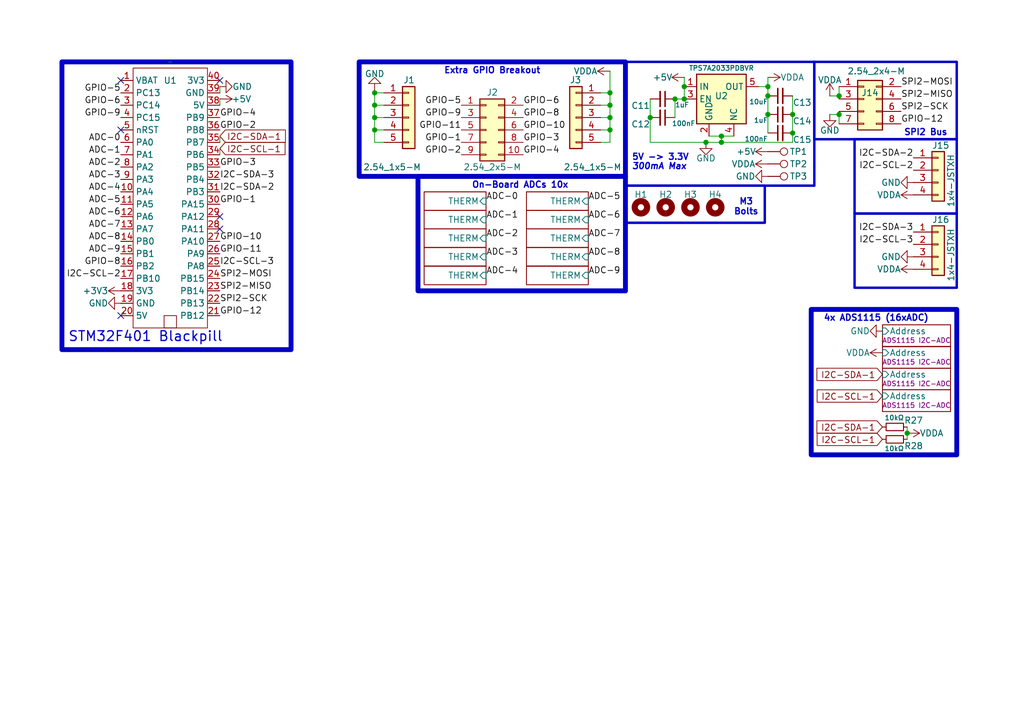
<source format=kicad_sch>
(kicad_sch (version 20250114) (generator "eeschema") (generator_version "9.0")
  (paper "A5")
  (lib_symbols
    (symbol "Connector:TestPoint" (pin_numbers (hide yes)) (pin_names (offset 0.762) (hide yes))
      (property "Reference" "TP" (at 0 6.858 0))
      (property "Value" "TestPoint" (at 0 5.08 0))
      (symbol "TestPoint_0_1"
        (circle (center 0 3.302) (radius 0.762))
      )
      (symbol "TestPoint_1_1"
        (pin passive line (at 0 0 90) (length 2.54) (name "1") (number "1"))
      )
    )
    (symbol "Connector_Generic:Conn_01x04" (pin_names (offset 1.016) (hide yes))
      (property "Reference" "J" (at 0 5.08 0))
      (property "Value" "Conn_01x04" (at 0 -7.62 0))
      (symbol "Conn_01x04_1_1"
        (rectangle (start -1.27 3.81) (end 1.27 -6.35) (stroke (width 0.254)) (fill (type background)))
        (rectangle (start -1.27 2.667) (end 0 2.413) (stroke (width 0.1524)))
        (rectangle (start -1.27 0.127) (end 0 -0.127) (stroke (width 0.1524)))
        (rectangle (start -1.27 -2.413) (end 0 -2.667) (stroke (width 0.1524)))
        (rectangle (start -1.27 -4.953) (end 0 -5.207) (stroke (width 0.1524)))
        (pin passive line (at -5.08 2.54 0) (length 3.81) (name "Pin_1") (number "1"))
        (pin passive line (at -5.08 0 0) (length 3.81) (name "Pin_2") (number "2"))
        (pin passive line (at -5.08 -2.54 0) (length 3.81) (name "Pin_3") (number "3"))
        (pin passive line (at -5.08 -5.08 0) (length 3.81) (name "Pin_4") (number "4"))
      )
    )
    (symbol "Connector_Generic:Conn_01x05" (pin_names (offset 1.016) (hide yes))
      (property "Reference" "J" (at 0 7.62 0))
      (property "Value" "Conn_01x05" (at 0 -7.62 0))
      (symbol "Conn_01x05_1_1"
        (rectangle (start -1.27 6.35) (end 1.27 -6.35) (stroke (width 0.254)) (fill (type background)))
        (rectangle (start -1.27 5.207) (end 0 4.953) (stroke (width 0.1524)))
        (rectangle (start -1.27 2.667) (end 0 2.413) (stroke (width 0.1524)))
        (rectangle (start -1.27 0.127) (end 0 -0.127) (stroke (width 0.1524)))
        (rectangle (start -1.27 -2.413) (end 0 -2.667) (stroke (width 0.1524)))
        (rectangle (start -1.27 -4.953) (end 0 -5.207) (stroke (width 0.1524)))
        (pin passive line (at -5.08 5.08 0) (length 3.81) (name "Pin_1") (number "1"))
        (pin passive line (at -5.08 2.54 0) (length 3.81) (name "Pin_2") (number "2"))
        (pin passive line (at -5.08 0 0) (length 3.81) (name "Pin_3") (number "3"))
        (pin passive line (at -5.08 -2.54 0) (length 3.81) (name "Pin_4") (number "4"))
        (pin passive line (at -5.08 -5.08 0) (length 3.81) (name "Pin_5") (number "5"))
      )
    )
    (symbol "Connector_Generic:Conn_02x04_Odd_Even" (pin_names (offset 1.016) (hide yes))
      (property "Reference" "J" (at 1.27 5.08 0))
      (property "Value" "Conn_02x04_Odd_Even" (at 1.27 -7.62 0))
      (symbol "Conn_02x04_Odd_Even_1_1"
        (rectangle (start -1.27 3.81) (end 3.81 -6.35) (stroke (width 0.254)) (fill (type background)))
        (rectangle (start -1.27 2.667) (end 0 2.413) (stroke (width 0.1524)))
        (rectangle (start -1.27 0.127) (end 0 -0.127) (stroke (width 0.1524)))
        (rectangle (start -1.27 -2.413) (end 0 -2.667) (stroke (width 0.1524)))
        (rectangle (start -1.27 -4.953) (end 0 -5.207) (stroke (width 0.1524)))
        (rectangle (start 3.81 2.667) (end 2.54 2.413) (stroke (width 0.1524)))
        (rectangle (start 3.81 0.127) (end 2.54 -0.127) (stroke (width 0.1524)))
        (rectangle (start 3.81 -2.413) (end 2.54 -2.667) (stroke (width 0.1524)))
        (rectangle (start 3.81 -4.953) (end 2.54 -5.207) (stroke (width 0.1524)))
        (pin passive line (at -5.08 2.54 0) (length 3.81) (name "Pin_1") (number "1"))
        (pin passive line (at -5.08 0 0) (length 3.81) (name "Pin_3") (number "3"))
        (pin passive line (at -5.08 -2.54 0) (length 3.81) (name "Pin_5") (number "5"))
        (pin passive line (at -5.08 -5.08 0) (length 3.81) (name "Pin_7") (number "7"))
        (pin passive line (at 7.62 2.54 180) (length 3.81) (name "Pin_2") (number "2"))
        (pin passive line (at 7.62 0 180) (length 3.81) (name "Pin_4") (number "4"))
        (pin passive line (at 7.62 -2.54 180) (length 3.81) (name "Pin_6") (number "6"))
        (pin passive line (at 7.62 -5.08 180) (length 3.81) (name "Pin_8") (number "8"))
      )
    )
    (symbol "Connector_Generic:Conn_02x05_Odd_Even" (pin_names (offset 1.016) (hide yes))
      (property "Reference" "J" (at 1.27 7.62 0))
      (property "Value" "Conn_02x05_Odd_Even" (at 1.27 -7.62 0))
      (symbol "Conn_02x05_Odd_Even_1_1"
        (rectangle (start -1.27 6.35) (end 3.81 -6.35) (stroke (width 0.254)) (fill (type background)))
        (rectangle (start -1.27 5.207) (end 0 4.953) (stroke (width 0.1524)))
        (rectangle (start -1.27 2.667) (end 0 2.413) (stroke (width 0.1524)))
        (rectangle (start -1.27 0.127) (end 0 -0.127) (stroke (width 0.1524)))
        (rectangle (start -1.27 -2.413) (end 0 -2.667) (stroke (width 0.1524)))
        (rectangle (start -1.27 -4.953) (end 0 -5.207) (stroke (width 0.1524)))
        (rectangle (start 3.81 5.207) (end 2.54 4.953) (stroke (width 0.1524)))
        (rectangle (start 3.81 2.667) (end 2.54 2.413) (stroke (width 0.1524)))
        (rectangle (start 3.81 0.127) (end 2.54 -0.127) (stroke (width 0.1524)))
        (rectangle (start 3.81 -2.413) (end 2.54 -2.667) (stroke (width 0.1524)))
        (rectangle (start 3.81 -4.953) (end 2.54 -5.207) (stroke (width 0.1524)))
        (pin passive line (at -5.08 5.08 0) (length 3.81) (name "Pin_1") (number "1"))
        (pin passive line (at -5.08 2.54 0) (length 3.81) (name "Pin_3") (number "3"))
        (pin passive line (at -5.08 0 0) (length 3.81) (name "Pin_5") (number "5"))
        (pin passive line (at -5.08 -2.54 0) (length 3.81) (name "Pin_7") (number "7"))
        (pin passive line (at -5.08 -5.08 0) (length 3.81) (name "Pin_9") (number "9"))
        (pin passive line (at 7.62 5.08 180) (length 3.81) (name "Pin_2") (number "2"))
        (pin passive line (at 7.62 2.54 180) (length 3.81) (name "Pin_4") (number "4"))
        (pin passive line (at 7.62 0 180) (length 3.81) (name "Pin_6") (number "6"))
        (pin passive line (at 7.62 -2.54 180) (length 3.81) (name "Pin_8") (number "8"))
        (pin passive line (at 7.62 -5.08 180) (length 3.81) (name "Pin_10") (number "10"))
      )
    )
    (symbol "CustomSymbols:STM32F401_Black_Pill"
      (property "Reference" "U1" (at 10.16 -7.62 0))
      (property "Value" "~" (at 0 0 0))
      (symbol "STM32F401_Black_Pill_0_1"
        (rectangle (start 2.54 -2.54) (end 17.78 -55.88))
      )
      (symbol "STM32F401_Black_Pill_1_1"
        (rectangle (start 8.89 -53.34) (end 11.43 -55.88))
        (pin input line (at 0 -5.08 0) (length 2.54) (name "VBAT") (number "1"))
        (pin input line (at 0 -7.62 0) (length 2.54) (name "PC13") (number "2"))
        (pin input line (at 0 -10.16 0) (length 2.54) (name "PC14") (number "3"))
        (pin input line (at 0 -12.7 0) (length 2.54) (name "PC15") (number "4"))
        (pin input line (at 0 -15.24 0) (length 2.54) (name "nRST") (number "5"))
        (pin input line (at 0 -17.78 0) (length 2.54) (name "PA0") (number "6"))
        (pin input line (at 0 -20.32 0) (length 2.54) (name "PA1") (number "7"))
        (pin input line (at 0 -22.86 0) (length 2.54) (name "PA2") (number "8"))
        (pin input line (at 0 -25.4 0) (length 2.54) (name "PA3") (number "9"))
        (pin input line (at 0 -27.94 0) (length 2.54) (name "PA4") (number "10"))
        (pin input line (at 0 -30.48 0) (length 2.54) (name "PA5") (number "11"))
        (pin input line (at 0 -33.02 0) (length 2.54) (name "PA6") (number "12"))
        (pin input line (at 0 -35.56 0) (length 2.54) (name "PA7") (number "13"))
        (pin input line (at 0 -38.1 0) (length 2.54) (name "PB0") (number "14"))
        (pin input line (at 0 -40.64 0) (length 2.54) (name "PB1") (number "15"))
        (pin input line (at 0 -43.18 0) (length 2.54) (name "PB2") (number "16"))
        (pin input line (at 0 -45.72 0) (length 2.54) (name "PB10") (number "17"))
        (pin input line (at 0 -48.26 0) (length 2.54) (name "3V3") (number "18"))
        (pin input line (at 0 -50.8 0) (length 2.54) (name "GND") (number "19"))
        (pin input line (at 0 -53.34 0) (length 2.54) (name "5V") (number "20"))
        (pin input line (at 20.32 -5.08 180) (length 2.54) (name "3V3") (number "40"))
        (pin input line (at 20.32 -7.62 180) (length 2.54) (name "GND") (number "39"))
        (pin input line (at 20.32 -10.16 180) (length 2.54) (name "5V") (number "38"))
        (pin input line (at 20.32 -12.7 180) (length 2.54) (name "PB9") (number "37"))
        (pin input line (at 20.32 -15.24 180) (length 2.54) (name "PB8") (number "36"))
        (pin input line (at 20.32 -17.78 180) (length 2.54) (name "PB7") (number "35"))
        (pin input line (at 20.32 -20.32 180) (length 2.54) (name "PB6") (number "34"))
        (pin input line (at 20.32 -22.86 180) (length 2.54) (name "PB5") (number "33"))
        (pin input line (at 20.32 -25.4 180) (length 2.54) (name "PB4") (number "32"))
        (pin input line (at 20.32 -27.94 180) (length 2.54) (name "PB3") (number "31"))
        (pin input line (at 20.32 -30.48 180) (length 2.54) (name "PA15") (number "30"))
        (pin input line (at 20.32 -33.02 180) (length 2.54) (name "PA12") (number "29"))
        (pin input line (at 20.32 -35.56 180) (length 2.54) (name "PA11") (number "28"))
        (pin input line (at 20.32 -38.1 180) (length 2.54) (name "PA10") (number "27"))
        (pin input line (at 20.32 -40.64 180) (length 2.54) (name "PA9") (number "26"))
        (pin input line (at 20.32 -43.18 180) (length 2.54) (name "PA8") (number "25"))
        (pin input line (at 20.32 -45.72 180) (length 2.54) (name "PB15") (number "24"))
        (pin input line (at 20.32 -48.26 180) (length 2.54) (name "PB14") (number "23"))
        (pin input line (at 20.32 -50.8 180) (length 2.54) (name "PB13") (number "22"))
        (pin input line (at 20.32 -53.34 180) (length 2.54) (name "PB12") (number "21"))
      )
    )
    (symbol "Device:C_Small" (pin_numbers (hide yes)) (pin_names (offset 0.254) (hide yes))
      (property "Reference" "C" (at 0.254 1.778 0))
      (property "Value" "C_Small" (at 0.254 -2.032 0))
      (symbol "C_Small_0_1"
        (polyline (pts (xy -1.524 0.508) (xy 1.524 0.508)) (stroke (width 0.3048)))
        (polyline (pts (xy -1.524 -0.508) (xy 1.524 -0.508)) (stroke (width 0.3302)))
      )
      (symbol "C_Small_1_1"
        (pin passive line (at 0 2.54 270) (length 2.032) (name "~") (number "1"))
        (pin passive line (at 0 -2.54 90) (length 2.032) (name "~") (number "2"))
      )
    )
    (symbol "Device:R_Small" (pin_numbers (hide yes)) (pin_names (offset 0.254) (hide yes))
      (property "Reference" "R" (at 0.762 0.508 0))
      (property "Value" "R_Small" (at 0.762 -1.016 0))
      (symbol "R_Small_0_1"
        (rectangle (start -0.762 1.778) (end 0.762 -1.778) (stroke (width 0.2032)))
      )
      (symbol "R_Small_1_1"
        (pin passive line (at 0 2.54 270) (length 0.762) (name "~") (number "1"))
        (pin passive line (at 0 -2.54 90) (length 0.762) (name "~") (number "2"))
      )
    )
    (symbol "Mechanical:MountingHole" (pin_names (offset 1.016)) (exclude_from_sim yes) (in_bom no)
      (property "Reference" "H" (at 0 5.08 0))
      (property "Value" "MountingHole" (at 0 3.175 0))
      (symbol "MountingHole_0_1"
        (circle (center 0 0) (radius 1.27) (stroke (width 1.27)))
      )
    )
    (symbol "Regulator_Linear:TPS7A0510PDBV"
      (property "Reference" "U2" (at 0 0.635 0))
      (property "Value" "TPS7A2033PDBVR" (at 0 6.35 0))
      (symbol "TPS7A0510PDBV_0_1"
        (rectangle (start -5.08 -5.08) (end 5.08 5.08) (stroke (width 0.254)) (fill (type background)))
        (pin power_in line (at -7.62 2.54 0) (length 2.54) (name "IN") (number "1"))
        (pin input line (at -7.62 0 0) (length 2.54) (name "EN") (number "3"))
        (pin power_in line (at -2.54 -7.62 90) (length 2.54) (name "GND") (number "2"))
        (pin power_out line (at 7.62 2.54 180) (length 2.54) (name "OUT") (number "5"))
      )
      (symbol "TPS7A0510PDBV_1_1"
        (pin power_in line (at 2.54 -7.62 90) (length 2.54) (name "NC") (number "4"))
      )
    )
    (symbol "power:+3V3" (power) (pin_numbers (hide yes)) (pin_names (offset 0) (hide yes))
      (property "Value" "+3V3" (at 0 3.556 0))
      (symbol "+3V3_0_1"
        (polyline (pts (xy -0.762 1.27) (xy 0 2.54)))
        (polyline (pts (xy 0 2.54) (xy 0.762 1.27)))
        (polyline (pts (xy 0 0) (xy 0 2.54)))
      )
      (symbol "+3V3_1_1"
        (pin power_in line (at 0 0 90) (length 0) (name "~") (number "1"))
      )
    )
    (symbol "power:+5V" (power) (pin_numbers (hide yes)) (pin_names (offset 0) (hide yes))
      (property "Value" "+5V" (at 0 3.556 0))
      (symbol "+5V_0_1"
        (polyline (pts (xy -0.762 1.27) (xy 0 2.54)))
        (polyline (pts (xy 0 2.54) (xy 0.762 1.27)))
        (polyline (pts (xy 0 0) (xy 0 2.54)))
      )
      (symbol "+5V_1_1"
        (pin power_in line (at 0 0 90) (length 0) (name "~") (number "1"))
      )
    )
    (symbol "power:GND" (power) (pin_numbers (hide yes)) (pin_names (offset 0) (hide yes))
      (property "Value" "GND" (at 0 -3.81 0))
      (symbol "GND_0_1"
        (polyline (pts (xy 0 0) (xy 0 -1.27) (xy 1.27 -1.27) (xy 0 -2.54) (xy -1.27 -1.27) (xy 0 -1.27)))
      )
      (symbol "GND_1_1"
        (pin power_in line (at 0 0 270) (length 0) (name "~") (number "1"))
      )
    )
    (symbol "power:VDDA" (power) (pin_numbers (hide yes)) (pin_names (offset 0) (hide yes))
      (property "Value" "VDDA" (at 0 3.556 0))
      (symbol "VDDA_0_1"
        (polyline (pts (xy -0.762 1.27) (xy 0 2.54)))
        (polyline (pts (xy 0 2.54) (xy 0.762 1.27)))
        (polyline (pts (xy 0 0) (xy 0 2.54)))
      )
      (symbol "VDDA_1_1"
        (pin power_in line (at 0 0 90) (length 0) (name "~") (number "1"))
      )
    )
  )
  (rectangle (start 175.26 43.815) (end 196.215 59.055) (stroke (width 0.5)))
  (rectangle (start 128.27 12.7) (end 167.005 38.1) (stroke (width 0.5)))
  (rectangle (start 12.7 12.7) (end 59.69 71.755) (stroke (width 1)))
  (rectangle (start 85.725 36.195) (end 128.27 59.69) (stroke (width 1)))
  (rectangle (start 167.005 12.7) (end 196.215 28.575) (stroke (width 0.5)))
  (rectangle (start 73.66 12.7) (end 128.27 36.195) (stroke (width 1)))
  (rectangle (start 166.37 63.5) (end 196.215 93.345) (stroke (width 1)))
  (rectangle (start 175.26 28.575) (end 196.215 43.815) (stroke (width 0.5)))
  (rectangle (start 128.27 38.1) (end 156.845 45.72) (stroke (width 0.5)))
  (text "M3\nBolts" (at 153.035 42.545 0) (effects (font (size 1.27 1.27) (thickness 0.254) (bold yes))))
  (text "300mA Max" (at 129.54 34.29 0) (effects (font (size 1.27 1.27) (bold yes) (italic yes)) (justify left)))
  (text "STM32F401 Blackpill" (at 29.845 69.215 0) (effects (font (size 2 2) (thickness 0.254) (bold yes))))
  (text "SPI2 Bus" (at 189.865 27.305 0) (effects (font (size 1.27 1.27) (thickness 0.254) (bold yes))))
  (text "Extra GPIO Breakout" (at 100.965 14.605 0) (effects (font (size 1.27 1.27) (thickness 0.254) (bold yes))))
  (text "On-Board ADCs 10x" (at 106.68 38.1 0) (effects (font (size 1.27 1.27) (thickness 0.254) (bold yes))))
  (text "4x ADS1115 (16xADC)" (at 179.705 65.405 0) (effects (font (size 1.27 1.27) (thickness 0.254) (bold yes))))
  (text "5V -> 3.3V" (at 129.54 32.385 0) (effects (font (size 1.27 1.27) (bold yes)) (justify left)))
  (junction (at 125.095 26.67))
  (junction (at 157.48 17.78))
  (junction (at 162.56 27.305))
  (junction (at 147.955 27.94))
  (junction (at 76.835 26.67))
  (junction (at 162.56 23.495))
  (junction (at 140.335 17.78))
  (junction (at 147.955 29.21))
  (junction (at 76.835 24.13))
  (junction (at 157.48 19.685))
  (junction (at 76.835 21.59))
  (junction (at 138.43 20.32))
  (junction (at 172.085 23.495))
  (junction (at 76.835 19.05))
  (junction (at 157.48 23.495))
  (junction (at 133.35 24.13))
  (junction (at 125.095 24.13))
  (junction (at 125.095 19.05))
  (junction (at 140.335 20.32))
  (junction (at 125.095 21.59))
  (junction (at 186.055 88.9))
  (junction (at 144.78 29.21))
  (junction (at 172.085 19.685))
  (no_connect (at 24.765 26.67))
  (no_connect (at 45.085 16.51))
  (no_connect (at 45.085 46.99))
  (no_connect (at 45.085 44.45))
  (no_connect (at 24.765 64.77))
  (no_connect (at 24.765 16.51))
  (wire (pts (xy 76.835 19.05) (xy 78.74 19.05)))
  (wire (pts (xy 76.835 24.13) (xy 78.74 24.13)))
  (wire (pts (xy 186.055 90.17) (xy 186.055 88.9)))
  (wire (pts (xy 45.085 20.32) (xy 45.085 21.59)))
  (wire (pts (xy 45.085 17.78) (xy 45.085 19.05)))
  (wire (pts (xy 133.35 24.13) (xy 133.35 29.21)))
  (wire (pts (xy 125.095 24.13) (xy 123.19 24.13)))
  (wire (pts (xy 125.095 19.05) (xy 123.19 19.05)))
  (wire (pts (xy 76.835 29.21) (xy 78.74 29.21)))
  (wire (pts (xy 172.085 19.685) (xy 172.085 20.32)))
  (wire (pts (xy 125.095 21.59) (xy 125.095 24.13)))
  (wire (pts (xy 125.095 19.05) (xy 125.095 21.59)))
  (wire (pts (xy 125.095 14.605) (xy 125.095 19.05)))
  (wire (pts (xy 157.48 23.495) (xy 157.48 27.305)))
  (wire (pts (xy 125.095 29.21) (xy 123.19 29.21)))
  (wire (pts (xy 157.48 19.685) (xy 157.48 23.495)))
  (wire (pts (xy 76.835 19.05) (xy 76.835 21.59)))
  (wire (pts (xy 123.19 21.59) (xy 125.095 21.59)))
  (wire (pts (xy 76.835 26.67) (xy 78.74 26.67)))
  (wire (pts (xy 125.095 24.13) (xy 125.095 26.67)))
  (wire (pts (xy 45.085 30.48) (xy 45.085 31.75)))
  (wire (pts (xy 172.085 22.86) (xy 172.085 23.495)))
  (wire (pts (xy 162.56 27.305) (xy 162.56 29.21)))
  (wire (pts (xy 157.48 15.875) (xy 157.48 17.78)))
  (wire (pts (xy 186.055 88.9) (xy 186.055 87.63)))
  (wire (pts (xy 133.35 20.32) (xy 133.35 24.13)))
  (wire (pts (xy 157.48 19.685) (xy 157.48 17.78)))
  (wire (pts (xy 147.955 27.94) (xy 150.495 27.94)))
  (wire (pts (xy 125.095 26.67) (xy 123.19 26.67)))
  (wire (pts (xy 170.18 19.685) (xy 172.085 19.685)))
  (wire (pts (xy 147.955 27.94) (xy 147.955 29.21)))
  (wire (pts (xy 172.085 23.495) (xy 172.085 25.4)))
  (wire (pts (xy 125.095 26.67) (xy 125.095 29.21)))
  (wire (pts (xy 162.56 19.685) (xy 162.56 23.495)))
  (wire (pts (xy 140.335 17.78) (xy 140.335 20.32)))
  (wire (pts (xy 76.835 21.59) (xy 76.835 24.13)))
  (wire (pts (xy 157.48 17.78) (xy 155.575 17.78)))
  (wire (pts (xy 144.78 29.21) (xy 147.955 29.21)))
  (wire (pts (xy 138.43 20.32) (xy 140.335 20.32)))
  (wire (pts (xy 138.43 20.32) (xy 138.43 24.13)))
  (wire (pts (xy 78.74 21.59) (xy 76.835 21.59)))
  (wire (pts (xy 76.835 18.415) (xy 76.835 19.05)))
  (wire (pts (xy 162.56 23.495) (xy 162.56 27.305)))
  (wire (pts (xy 145.415 27.94) (xy 147.955 27.94)))
  (wire (pts (xy 76.835 24.13) (xy 76.835 26.67)))
  (wire (pts (xy 140.335 15.875) (xy 140.335 17.78)))
  (wire (pts (xy 133.35 29.21) (xy 144.78 29.21)))
  (wire (pts (xy 147.955 29.21) (xy 162.56 29.21)))
  (wire (pts (xy 45.085 27.94) (xy 45.085 29.21)))
  (wire (pts (xy 76.835 26.67) (xy 76.835 29.21)))
  (wire (pts (xy 170.18 23.495) (xy 172.085 23.495)))
  (wire (pts (xy 172.085 17.78) (xy 172.085 19.685)))
  (label "ADC-8" (at 120.65 52.705 0))
  (label "GPIO-4" (at 45.085 24.13 0))
  (label "I2C-SDA-3" (at 45.085 36.83 0))
  (label "GPIO-3" (at 107.315 29.21 0))
  (label "GPIO-8" (at 107.315 24.13 0))
  (label "GPIO-1" (at 94.615 29.21 180))
  (label "GPIO-5" (at 94.615 21.59 180))
  (label "ADC-0" (at 99.695 41.275 0))
  (label "SPI2-SCK" (at 45.085 62.23 0))
  (label "ADC-4" (at 24.765 39.37 180))
  (label "GPIO-12" (at 45.085 64.77 0))
  (label "I2C-SCL-3" (at 45.085 54.61 0))
  (label "I2C-SDA-2" (at 45.085 39.37 0))
  (label "GPIO-5" (at 24.765 19.05 180))
  (label "ADC-7" (at 24.765 46.99 180))
  (label "I2C-SCL-2" (at 24.765 57.15 180))
  (label "ADC-6" (at 120.65 45.085 0))
  (label "ADC-3" (at 99.695 52.705 0))
  (label "ADC-7" (at 120.65 48.895 0))
  (label "SPI2-MOSI" (at 45.085 57.15 0))
  (label "GPIO-9" (at 94.615 24.13 180))
  (label "I2C-SDA-2" (at 187.325 32.385 180))
  (label "GPIO-1" (at 45.085 41.91 0))
  (label "GPIO-6" (at 24.765 21.59 180))
  (label "GPIO-4" (at 107.315 31.75 0))
  (label "GPIO-2" (at 94.615 31.75 180))
  (label "ADC-9" (at 120.65 56.515 0))
  (label "GPIO-2" (at 45.085 26.67 0))
  (label "ADC-1" (at 24.765 31.75 180))
  (label "ADC-5" (at 120.65 41.275 0))
  (label "GPIO-10" (at 107.315 26.67 0))
  (label "GPIO-11" (at 45.085 52.07 0))
  (label "GPIO-9" (at 24.765 24.13 180))
  (label "I2C-SCL-2" (at 187.325 34.925 180))
  (label "ADC-4" (at 99.695 56.515 0))
  (label "SPI2-MOSI" (at 184.785 17.78 0))
  (label "SPI2-MISO" (at 184.785 20.32 0))
  (label "SPI2-SCK" (at 184.785 22.86 0))
  (label "I2C-SDA-3" (at 187.325 47.625 180))
  (label "ADC-3" (at 24.765 36.83 180))
  (label "ADC-2" (at 99.695 48.895 0))
  (label "GPIO-10" (at 45.085 49.53 0))
  (label "ADC-0" (at 24.765 29.21 180))
  (label "ADC-9" (at 24.765 52.07 180))
  (label "GPIO-8" (at 24.765 54.61 180))
  (label "SPI2-MISO" (at 45.085 59.69 0))
  (label "ADC-6" (at 24.765 44.45 180))
  (label "ADC-8" (at 24.765 49.53 180))
  (label "GPIO-12" (at 184.785 25.4 0))
  (label "GPIO-11" (at 94.615 26.67 180))
  (label "ADC-1" (at 99.695 45.085 0))
  (label "GPIO-3" (at 45.085 34.29 0))
  (label "GPIO-6" (at 107.315 21.59 0))
  (label "ADC-5" (at 24.765 41.91 180))
  (label "ADC-2" (at 24.765 34.29 180))
  (label "I2C-SCL-3" (at 187.325 50.165 180))
  (global_label "I2C-SDA-1" (shape input) (at 45.085 27.94 0) (property "Intersheetrefs" "${INTERSHEET_REFS}" (effects (hide yes))))
  (global_label "I2C-SCL-1" (shape input) (at 180.975 81.28 180) (property "Intersheetrefs" "${INTERSHEET_REFS}" (effects (hide yes))))
  (global_label "I2C-SCL-1" (shape input) (at 45.085 30.48 0) (property "Intersheetrefs" "${INTERSHEET_REFS}" (effects (hide yes))))
  (global_label "I2C-SDA-1" (shape input) (at 180.975 87.63 180) (property "Intersheetrefs" "${INTERSHEET_REFS}" (effects (hide yes))))
  (global_label "I2C-SCL-1" (shape input) (at 180.975 90.17 180) (property "Intersheetrefs" "${INTERSHEET_REFS}" (effects (hide yes))))
  (global_label "I2C-SDA-1" (shape input) (at 180.975 76.835 180) (property "Intersheetrefs" "${INTERSHEET_REFS}" (effects (hide yes))))
  (symbol (lib_id "Device:C_Small") (at 160.02 19.685 90) (unit 1)
    (property "Reference" "C13" (at 162.56 20.32 90) (effects (justify right bottom)))
    (property "Value" "10uF" (at 157.48 20.32 90) (effects (font (size 1 1)) (justify left bottom)))
    (property "Footprint" "Capacitor_SMD:C_0603_1608Metric" (effects (hide yes)))
    (property "Description" "Unpolarized capacitor, small symbol" (effects (hide yes)))
    (property "LCSC" "C96446" (effects (hide yes)))
  )
  (symbol (lib_id "power:GND") (at 24.765 62.23 270) (mirror x) (unit 1)
    (property "Reference" "#PWR03" (effects (hide yes)))
    (property "Value" "GND" (at 22.225 62.23 90) (effects (justify right)))
    (property "Description" "Power symbol creates a global label with name \"GND\" , ground" (effects (hide yes)))
  )
  (symbol (lib_id "power:GND") (at 180.975 67.945 270) (unit 1)
    (property "Reference" "#PWR083" (effects (hide yes)))
    (property "Value" "GND" (at 178.435 67.945 90) (effects (justify right)))
  )
  (symbol (lib_id "power:GND") (at 170.18 23.495 0) (unit 1)
    (property "Reference" "#PWR028" (effects (hide yes)))
    (property "Value" "GND" (at 170.18 26.035 0) (effects (justify top)))
    (property "Description" "Power symbol creates a global label with name \"GND\" , ground" (effects (hide yes)))
  )
  (symbol (lib_id "Connector_Generic:Conn_02x04_Odd_Even") (at 177.165 20.32 0) (unit 1)
    (property "Reference" "J14" (at 178.435 19.05 0))
    (property "Value" "2.54_2x4-M" (at 179.705 14.605 0))
    (property "Footprint" "Connector_PinHeader_2.54mm:PinHeader_2x04_P2.54mm_Vertical" (effects (hide yes)))
    (property "Description" "Generic connector, double row, 02x04, odd/even pin numbering scheme (row 1 odd numbers, row 2 even numbers), script generated (kicad-library-utils/schlib/autogen/connector/)" (effects (hide yes)))
  )
  (symbol (lib_id "power:GND") (at 187.325 37.465 270) (unit 1)
    (property "Reference" "#PWR032" (effects (hide yes)))
    (property "Value" "GND" (at 184.785 37.465 90) (effects (justify right)))
  )
  (symbol (lib_id "Mechanical:MountingHole") (at 131.445 42.545 0) (unit 1) (exclude_from_sim yes) (in_bom no)
    (property "Reference" "H1" (at 131.445 40.64 0) (effects (justify bottom)))
    (property "Value" "M3 Mounting Hole" (effects (hide yes)))
    (property "Footprint" "CustomFootprints:M3 Mounting Hole ~ Classic" (effects (hide yes)))
    (property "Description" "Mounting Hole without connection" (effects (hide yes)))
  )
  (symbol (lib_id "Connector_Generic:Conn_01x05") (at 118.11 24.13 0) (mirror y) (unit 1)
    (property "Reference" "J3" (at 116.84 17.145 0) (effects (justify right bottom)))
    (property "Value" "2.54_1x5-M" (at 115.57 34.29 0) (effects (justify right)))
    (property "Footprint" "Connector_PinHeader_2.54mm:PinHeader_1x05_P2.54mm_Vertical" (effects (hide yes)))
    (property "Description" "Generic connector, single row, 01x05, script generated (kicad-library-utils/schlib/autogen/connector/)" (effects (hide yes)))
  )
  (symbol (lib_id "Connector:TestPoint") (at 157.48 31.115 270) (unit 1)
    (property "Reference" "TP1" (at 161.925 31.115 90) (effects (justify left)))
    (property "Value" "TestPoint" (effects (hide yes)))
    (property "Footprint" "TestPoint:TestPoint_THTPad_D1.5mm_Drill0.7mm" (effects (hide yes)))
    (property "Description" "test point" (effects (hide yes)))
  )
  (symbol (lib_id "Device:R_Small") (at 183.515 90.17 270) (mirror x) (unit 1)
    (property "Reference" "R28" (at 185.42 90.805 90) (effects (justify left bottom)))
    (property "Value" "10kΩ" (at 185.42 92.075 90) (effects (font (size 1 1)) (justify right)))
    (property "Footprint" "Resistor_SMD:R_0603_1608Metric_Pad0.98x0.95mm_HandSolder" (effects (hide yes)))
    (property "Description" "Resistor, small symbol" (effects (hide yes)))
    (property "LCSC" "C25804" (effects (hide yes)))
  )
  (symbol (lib_id "CustomSymbols:STM32F401_Black_Pill") (at 24.765 11.43 0) (unit 1)
    (property "Reference" "U1" (at 34.925 16.51 0))
    (property "Value" "~" (at 34.925 12.7 0))
    (property "Footprint" "CustomFootprints:Socketed MCU - STM32 BlackPill" (effects (hide yes)))
  )
  (symbol (lib_id "power:+5V") (at 157.48 31.115 90) (mirror x) (unit 1)
    (property "Reference" "#PWR039" (effects (hide yes)))
    (property "Value" "+5V" (at 153.035 31.115 90))
  )
  (symbol (lib_id "Device:C_Small") (at 135.89 24.13 270) (mirror x) (unit 1)
    (property "Reference" "C12" (at 133.35 24.765 90) (effects (justify right bottom)))
    (property "Value" "100nF" (at 137.795 24.765 90) (effects (font (size 1 1)) (justify left bottom)))
    (property "Footprint" "Capacitor_SMD:C_0603_1608Metric" (effects (hide yes)))
    (property "Description" "Unpolarized capacitor, small symbol" (effects (hide yes)))
    (property "LCSC" " C14663" (effects (hide yes)))
  )
  (symbol (lib_id "Connector_Generic:Conn_01x04") (at 192.405 50.165 0) (unit 1)
    (property "Reference" "J16" (at 191.135 45.085 0) (effects (justify left)))
    (property "Value" "1x4-JSTXH" (at 194.31 57.785 90) (effects (justify left top)))
    (property "Footprint" "Connector_JST:JST_XH_B4B-XH-A_1x04_P2.50mm_Vertical" (effects (hide yes)))
    (property "Description" "Generic connector, single row, 01x04, script generated (kicad-library-utils/schlib/autogen/connector/)" (effects (hide yes)))
    (property "LCSC" "C144395" (effects (hide yes)))
  )
  (symbol (lib_id "power:VDDA") (at 170.18 19.685 0) (unit 1)
    (property "Reference" "#PWR043" (effects (hide yes)))
    (property "Value" "VDDA" (at 170.18 17.145 0) (effects (justify bottom)))
    (property "Description" "Power symbol creates a global label with name \"VDDA\"" (effects (hide yes)))
  )
  (symbol (lib_id "power:VDDA") (at 186.055 88.9 270) (unit 1)
    (property "Reference" "#PWR086" (effects (hide yes)))
    (property "Value" "VDDA" (at 188.595 88.9 90) (effects (justify left)))
    (property "Description" "Power symbol creates a global label with name \"VDDA\"" (effects (hide yes)))
  )
  (symbol (lib_id "Device:C_Small") (at 135.89 20.32 270) (mirror x) (unit 1)
    (property "Reference" "C11" (at 133.35 20.955 90) (effects (justify right bottom)))
    (property "Value" "1uF" (at 138.43 20.955 90) (effects (font (size 1 1)) (justify left bottom)))
    (property "Footprint" "Capacitor_SMD:C_0603_1608Metric" (effects (hide yes)))
    (property "Description" "Unpolarized capacitor, small symbol" (effects (hide yes)))
    (property "LCSC" "C15849" (effects (hide yes)))
  )
  (symbol (lib_id "Connector_Generic:Conn_02x05_Odd_Even") (at 99.695 26.67 0) (unit 1)
    (property "Reference" "J2" (at 100.965 19.685 0) (effects (justify bottom)))
    (property "Value" "2.54_2x5-M" (at 100.965 34.29 0))
    (property "Footprint" "Connector_PinHeader_2.54mm:PinHeader_2x05_P2.54mm_Vertical" (effects (hide yes)))
    (property "Description" "Generic connector, double row, 02x05, odd/even pin numbering scheme (row 1 odd numbers, row 2 even numbers), script generated (kicad-library-utils/schlib/autogen/connector/)" (effects (hide yes)))
  )
  (symbol (lib_id "Connector_Generic:Conn_01x04") (at 192.405 34.925 0) (unit 1)
    (property "Reference" "J15" (at 191.135 29.845 0) (effects (justify left)))
    (property "Value" "1x4-JSTXH" (at 194.31 42.545 90) (effects (justify left top)))
    (property "Footprint" "Connector_JST:JST_XH_B4B-XH-A_1x04_P2.50mm_Vertical" (effects (hide yes)))
    (property "Description" "Generic connector, single row, 01x04, script generated (kicad-library-utils/schlib/autogen/connector/)" (effects (hide yes)))
    (property "LCSC" "C144395" (effects (hide yes)))
  )
  (symbol (lib_id "power:GND") (at 157.48 36.195 270) (unit 1)
    (property "Reference" "#PWR041" (effects (hide yes)))
    (property "Value" "GND" (at 154.94 36.195 90) (effects (justify right)))
    (property "Description" "Power symbol creates a global label with name \"GND\" , ground" (effects (hide yes)))
  )
  (symbol (lib_id "Device:R_Small") (at 183.515 87.63 270) (unit 1)
    (property "Reference" "R27" (at 185.42 86.995 90) (effects (justify left bottom)))
    (property "Value" "10kΩ" (at 185.42 85.725 90) (effects (font (size 1 1)) (justify right)))
    (property "Footprint" "Resistor_SMD:R_0603_1608Metric_Pad0.98x0.95mm_HandSolder" (effects (hide yes)))
    (property "Description" "Resistor, small symbol" (effects (hide yes)))
    (property "LCSC" "C25804" (effects (hide yes)))
  )
  (symbol (lib_id "power:GND") (at 45.085 17.78 90) (unit 1)
    (property "Reference" "#PWR02" (effects (hide yes)))
    (property "Value" "GND" (at 47.625 17.78 90) (effects (justify right)))
    (property "Description" "Power symbol creates a global label with name \"GND\" , ground" (effects (hide yes)))
  )
  (symbol (lib_id "power:GND") (at 76.835 18.415 180) (unit 1)
    (property "Reference" "#PWR05" (effects (hide yes)))
    (property "Value" "GND" (at 76.835 15.875 0) (effects (justify top)))
    (property "Description" "Power symbol creates a global label with name \"GND\" , ground" (effects (hide yes)))
  )
  (symbol (lib_id "power:VDDA") (at 187.325 40.005 90) (unit 1)
    (property "Reference" "#PWR027" (effects (hide yes)))
    (property "Value" "VDDA" (at 184.785 40.005 90) (effects (justify left)))
    (property "Description" "Power symbol creates a global label with name \"VDDA\"" (effects (hide yes)))
  )
  (symbol (lib_id "Device:C_Small") (at 160.02 23.495 90) (unit 1)
    (property "Reference" "C14" (at 162.56 24.13 90) (effects (justify right bottom)))
    (property "Value" "1uF" (at 157.48 24.13 90) (effects (font (size 1 1)) (justify left bottom)))
    (property "Footprint" "Capacitor_SMD:C_0603_1608Metric" (effects (hide yes)))
    (property "Description" "Unpolarized capacitor, small symbol" (effects (hide yes)))
    (property "LCSC" "C15849" (effects (hide yes)))
  )
  (symbol (lib_id "power:GND") (at 187.325 52.705 270) (unit 1)
    (property "Reference" "#PWR034" (effects (hide yes)))
    (property "Value" "GND" (at 184.785 52.705 90) (effects (justify right)))
  )
  (symbol (lib_id "Connector:TestPoint") (at 157.48 36.195 270) (unit 1)
    (property "Reference" "TP3" (at 161.925 36.195 90) (effects (justify left)))
    (property "Value" "TestPoint" (effects (hide yes)))
    (property "Footprint" "TestPoint:TestPoint_THTPad_D1.5mm_Drill0.7mm" (effects (hide yes)))
    (property "Description" "test point" (effects (hide yes)))
  )
  (symbol (lib_id "power:+3V3") (at 24.765 59.69 90) (unit 1)
    (property "Reference" "#PWR030" (effects (hide yes)))
    (property "Value" "+3V3" (at 22.225 59.69 90) (effects (justify left)))
    (property "Description" "Power symbol creates a global label with name \"+3V3\"" (effects (hide yes)))
  )
  (symbol (lib_id "power:GND") (at 144.78 29.21 0) (unit 1)
    (property "Reference" "#PWR037" (effects (hide yes)))
    (property "Value" "GND" (at 144.78 31.75 0) (effects (justify top)))
    (property "Description" "Power symbol creates a global label with name \"GND\" , ground" (effects (hide yes)))
  )
  (symbol (lib_id "power:+5V") (at 45.085 20.32 270) (mirror x) (unit 1)
    (property "Reference" "#PWR044" (effects (hide yes)))
    (property "Value" "+5V" (at 49.53 20.32 90))
  )
  (symbol (lib_id "Mechanical:MountingHole") (at 146.685 42.545 0) (unit 1) (exclude_from_sim yes) (in_bom no)
    (property "Reference" "H4" (at 146.685 40.64 0) (effects (justify bottom)))
    (property "Value" "M3 Mounting Hole" (effects (hide yes)))
    (property "Footprint" "CustomFootprints:M3 Mounting Hole ~ Classic" (effects (hide yes)))
    (property "Description" "Mounting Hole without connection" (effects (hide yes)))
  )
  (symbol (lib_id "power:+5V") (at 140.335 15.875 90) (mirror x) (unit 1)
    (property "Reference" "#PWR036" (effects (hide yes)))
    (property "Value" "+5V" (at 135.89 15.875 90))
  )
  (symbol (lib_id "power:VDDA") (at 157.48 15.875 270) (unit 1)
    (property "Reference" "#PWR038" (effects (hide yes)))
    (property "Value" "VDDA" (at 160.02 15.875 90) (effects (justify left)))
    (property "Description" "Power symbol creates a global label with name \"VDDA\"" (effects (hide yes)))
  )
  (symbol (lib_id "Mechanical:MountingHole") (at 136.525 42.545 0) (unit 1) (exclude_from_sim yes) (in_bom no)
    (property "Reference" "H2" (at 136.525 40.64 0) (effects (justify bottom)))
    (property "Value" "M3 Mounting Hole" (effects (hide yes)))
    (property "Footprint" "CustomFootprints:M3 Mounting Hole ~ Classic" (effects (hide yes)))
    (property "Description" "Mounting Hole without connection" (effects (hide yes)))
  )
  (symbol (lib_id "Mechanical:MountingHole") (at 141.605 42.545 0) (unit 1) (exclude_from_sim yes) (in_bom no)
    (property "Reference" "H3" (at 141.605 40.64 0) (effects (justify bottom)))
    (property "Value" "M3 Mounting Hole" (effects (hide yes)))
    (property "Footprint" "CustomFootprints:M3 Mounting Hole ~ Classic" (effects (hide yes)))
    (property "Description" "Mounting Hole without connection" (effects (hide yes)))
  )
  (symbol (lib_id "power:VDDA") (at 125.095 14.605 90) (unit 1)
    (property "Reference" "#PWR042" (effects (hide yes)))
    (property "Value" "VDDA" (at 122.555 14.605 90) (effects (justify left)))
    (property "Description" "Power symbol creates a global label with name \"VDDA\"" (effects (hide yes)))
  )
  (symbol (lib_id "power:VDDA") (at 157.48 33.655 90) (unit 1)
    (property "Reference" "#PWR040" (effects (hide yes)))
    (property "Value" "VDDA" (at 154.94 33.655 90) (effects (justify left)))
    (property "Description" "Power symbol creates a global label with name \"VDDA\"" (effects (hide yes)))
  )
  (symbol (lib_id "Device:C_Small") (at 160.02 27.305 90) (unit 1)
    (property "Reference" "C15" (at 162.56 27.94 90) (effects (justify right bottom)))
    (property "Value" "100nF" (at 157.48 27.94 90) (effects (font (size 1 1)) (justify left bottom)))
    (property "Footprint" "Capacitor_SMD:C_0603_1608Metric" (effects (hide yes)))
    (property "Description" "Unpolarized capacitor, small symbol" (effects (hide yes)))
    (property "LCSC" " C14663" (effects (hide yes)))
  )
  (symbol (lib_id "power:VDDA") (at 187.325 55.245 90) (unit 1)
    (property "Reference" "#PWR031" (effects (hide yes)))
    (property "Value" "VDDA" (at 184.785 55.245 90) (effects (justify left)))
    (property "Description" "Power symbol creates a global label with name \"VDDA\"" (effects (hide yes)))
  )
  (symbol (lib_id "Connector_Generic:Conn_01x05") (at 83.82 24.13 0) (unit 1)
    (property "Reference" "J1" (at 85.09 17.145 0) (effects (justify right bottom)))
    (property "Value" "2.54_1x5-M" (at 86.36 34.29 0) (effects (justify right)))
    (property "Footprint" "Connector_PinHeader_2.54mm:PinHeader_1x05_P2.54mm_Vertical" (effects (hide yes)))
    (property "Description" "Generic connector, single row, 01x05, script generated (kicad-library-utils/schlib/autogen/connector/)" (effects (hide yes)))
  )
  (symbol (lib_id "power:VDDA") (at 180.975 72.39 90) (unit 1)
    (property "Reference" "#PWR084" (effects (hide yes)))
    (property "Value" "VDDA" (at 178.435 72.39 90) (effects (justify left)))
    (property "Description" "Power symbol creates a global label with name \"VDDA\"" (effects (hide yes)))
  )
  (symbol (lib_id "Connector:TestPoint") (at 157.48 33.655 270) (unit 1)
    (property "Reference" "TP2" (at 161.925 33.655 90) (effects (justify left)))
    (property "Value" "TestPoint" (effects (hide yes)))
    (property "Footprint" "TestPoint:TestPoint_THTPad_D1.5mm_Drill0.7mm" (effects (hide yes)))
    (property "Description" "test point" (effects (hide yes)))
  )
  (symbol (lib_id "Regulator_Linear:TPS7A0510PDBV") (at 147.955 20.32 0) (unit 1)
    (property "Reference" "U2" (at 147.955 19.685 0))
    (property "Value" "TPS7A2033PDBVR" (at 147.955 13.97 0) (effects (font (size 1 1))))
    (property "Footprint" "Package_TO_SOT_SMD:SOT-23-5" (effects (hide yes)))
    (property "Datasheet" "https://www.ti.com/lit/ds/symlink/tps7a20.pdf?ts=1713288417817&ref_url=https%3A%2F%2Fwww.ti.com%2Fproduct%2FTPS7A20" (effects (hide yes)))
    (property "Description" "5v->3V3, 0.3A" (effects (hide yes)))
    (property "LCSC" "C2862740" (effects (hide yes)))
  )
  (sheet (at 107.95 46.99) (size 12.7 3.81) (stroke (width 0.1524))
    (property "Sheetname" "Thermistor 8" (effects (hide yes)))
    (property "Sheetfile" "Thermistor.kicad_sch" (effects (hide yes)))
    (pin "THERM" input (at 120.65 48.895 0))
  )
  (sheet (at 86.995 43.18) (size 12.7 3.81) (stroke (width 0.1524))
    (property "Sheetname" "Thermistor 2" (effects (hide yes)))
    (property "Sheetfile" "Thermistor.kicad_sch" (effects (hide yes)))
    (pin "THERM" input (at 99.695 45.085 0))
  )
  (sheet (at 107.95 39.37) (size 12.7 3.81) (stroke (width 0.1524))
    (property "Sheetname" "Thermistor 6" (effects (hide yes)))
    (property "Sheetfile" "Thermistor.kicad_sch" (effects (hide yes)))
    (pin "THERM" input (at 120.65 41.275 0))
  )
  (sheet (at 86.995 46.99) (size 12.7 3.81) (stroke (width 0.1524))
    (property "Sheetname" "Thermistor 3" (effects (hide yes)))
    (property "Sheetfile" "Thermistor.kicad_sch" (effects (hide yes)))
    (pin "THERM" input (at 99.695 48.895 0))
  )
  (sheet (at 107.95 54.61) (size 12.7 3.81) (stroke (width 0.1524))
    (property "Sheetname" "Thermistor 10" (effects (hide yes)))
    (property "Sheetfile" "Thermistor.kicad_sch" (effects (hide yes)))
    (pin "THERM" input (at 120.65 56.515 0))
  )
  (sheet (at 180.975 80.01) (size 13.97 4.445) (stroke (width 0.1524))
    (property "Sheetname" "ADSChip 4" (effects (hide yes)))
    (property "Sheetfile" "ADS1115.kicad_sch" (effects (hide yes)))
    (property "Text" "ADS1115 I2C-ADC" (at 187.96 83.185 0) (effects (font (size 1 1))))
    (pin "Address" input (at 180.975 81.28 180))
  )
  (sheet (at 86.995 50.8) (size 12.7 3.81) (stroke (width 0.1524))
    (property "Sheetname" "Thermistor 4" (effects (hide yes)))
    (property "Sheetfile" "Thermistor.kicad_sch" (effects (hide yes)))
    (pin "THERM" input (at 99.695 52.705 0))
  )
  (sheet (at 180.975 66.675) (size 13.97 4.445) (stroke (width 0.1524))
    (property "Sheetname" "ADSChip 1" (effects (hide yes)))
    (property "Sheetfile" "ADS1115.kicad_sch" (effects (hide yes)))
    (property "Text" "ADS1115 I2C-ADC" (at 187.96 69.85 0) (effects (font (size 1 1))))
    (pin "Address" input (at 180.975 67.945 180))
  )
  (sheet (at 86.995 54.61) (size 12.7 3.81) (stroke (width 0.1524))
    (property "Sheetname" "Thermistor 5" (effects (hide yes)))
    (property "Sheetfile" "Thermistor.kicad_sch" (effects (hide yes)))
    (pin "THERM" input (at 99.695 56.515 0))
  )
  (sheet (at 180.975 71.12) (size 13.97 4.445) (stroke (width 0.1524))
    (property "Sheetname" "ADSChip 2" (effects (hide yes)))
    (property "Sheetfile" "ADS1115.kicad_sch" (effects (hide yes)))
    (property "Text" "ADS1115 I2C-ADC" (at 187.96 74.295 0) (effects (font (size 1 1))))
    (pin "Address" input (at 180.975 72.39 180))
  )
  (sheet (at 107.95 50.8) (size 12.7 3.81) (stroke (width 0.1524))
    (property "Sheetname" "Thermistor 9" (effects (hide yes)))
    (property "Sheetfile" "Thermistor.kicad_sch" (effects (hide yes)))
    (pin "THERM" input (at 120.65 52.705 0))
  )
  (sheet (at 107.95 43.18) (size 12.7 3.81) (stroke (width 0.1524))
    (property "Sheetname" "Thermistor 7" (effects (hide yes)))
    (property "Sheetfile" "Thermistor.kicad_sch" (effects (hide yes)))
    (pin "THERM" input (at 120.65 45.085 0))
  )
  (sheet (at 180.975 75.565) (size 13.97 4.445) (stroke (width 0.1524))
    (property "Sheetname" "ADSChip 3" (effects (hide yes)))
    (property "Sheetfile" "ADS1115.kicad_sch" (effects (hide yes)))
    (property "Text" "ADS1115 I2C-ADC" (at 187.96 78.74 0) (effects (font (size 1 1))))
    (pin "Address" input (at 180.975 76.835 180))
  )
  (sheet (at 86.995 39.37) (size 12.7 3.81) (stroke (width 0.1524))
    (property "Sheetname" "Thermistor 1" (effects (hide yes)))
    (property "Sheetfile" "Thermistor.kicad_sch" (effects (hide yes)))
    (pin "THERM" input (at 99.695 41.275 0))
  )
)
</source>
